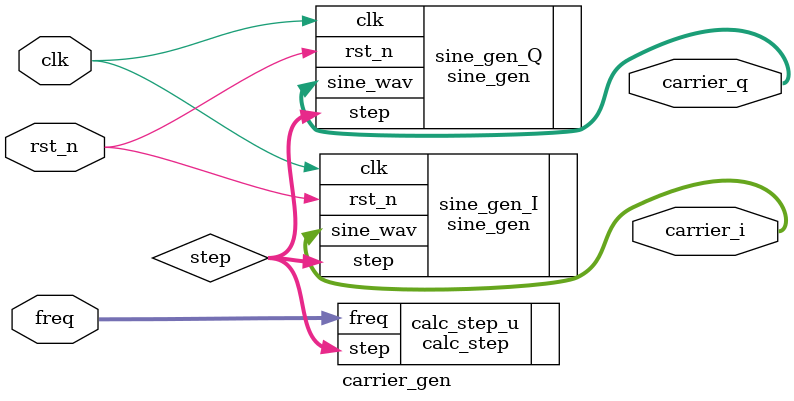
<source format=v>
module carrier_gen(
    input         clk, // 230,401.25 Hz
    input         rst_n,
    input  [15:0] freq, // 65065 Hz Max
    output [31:0] carrier_i,
    output [31:0] carrier_q
);
    
// 配置step 
wire [9:0] step;
calc_step calc_step_u(
    .freq(freq),
    .step(step)
);
//E:/Workspace/CurriculumDesign202304/FPGA_QAM_Modulation/sine_data.mif
// I路载波
defparam sine_gen_I.ADDR_WIDTH = 12;
defparam sine_gen_I.DATA_WIDTH = 32;
defparam sine_gen_I.INIT_ADDR = 12'h001;
defparam sine_gen_I.FILE_PATH = "../Matlab/sine_gen/sine_data.mif";
sine_gen sine_gen_I
(
    .clk(clk),
    .rst_n(rst_n),
    .step(step),
    .sine_wav(carrier_i)
);

// Q路载波
defparam sine_gen_Q.ADDR_WIDTH = 12;
defparam sine_gen_Q.DATA_WIDTH = 32;
defparam sine_gen_Q.INIT_ADDR = 12'h401;
defparam sine_gen_Q.FILE_PATH = "../Matlab/sine_gen/sine_data.mif";
sine_gen sine_gen_Q
(
    .clk(clk),
    .rst_n(rst_n),
    .step(step),
    .sine_wav(carrier_q)
);

endmodule
</source>
